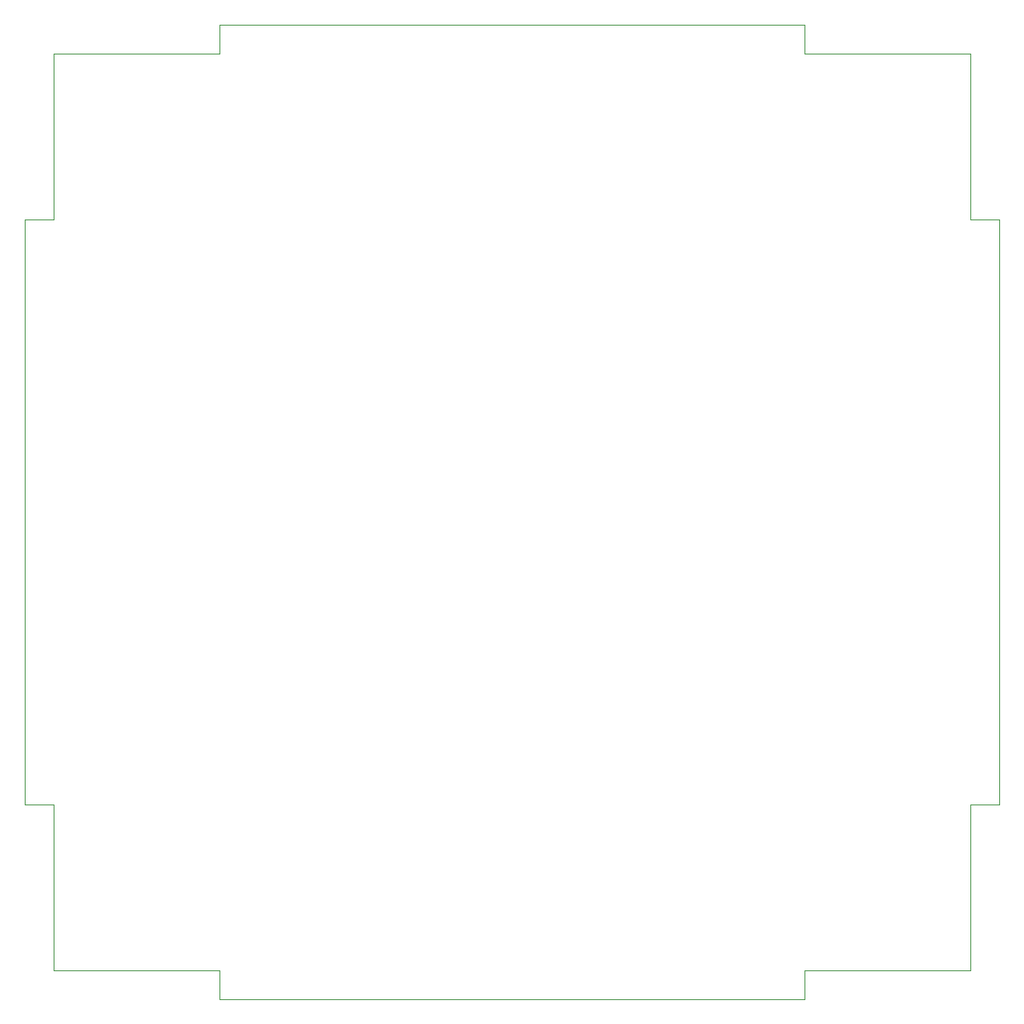
<source format=gbr>
%TF.GenerationSoftware,KiCad,Pcbnew,(5.1.12)-1*%
%TF.CreationDate,2021-12-22T15:49:41+01:00*%
%TF.ProjectId,pcbV10,70636256-3130-42e6-9b69-6361645f7063,rev?*%
%TF.SameCoordinates,Original*%
%TF.FileFunction,Profile,NP*%
%FSLAX46Y46*%
G04 Gerber Fmt 4.6, Leading zero omitted, Abs format (unit mm)*
G04 Created by KiCad (PCBNEW (5.1.12)-1) date 2021-12-22 15:49:41*
%MOMM*%
%LPD*%
G01*
G04 APERTURE LIST*
%TA.AperFunction,Profile*%
%ADD10C,0.050000*%
%TD*%
G04 APERTURE END LIST*
D10*
X147000000Y-70000000D02*
X147000000Y-53000000D01*
X150000000Y-70000000D02*
X147000000Y-70000000D01*
X130000000Y-53000000D02*
X147000000Y-53000000D01*
X130000000Y-50000000D02*
X130000000Y-53000000D01*
X147000000Y-130000000D02*
X150000000Y-130000000D01*
X147000000Y-147000000D02*
X147000000Y-130000000D01*
X130000000Y-147000000D02*
X147000000Y-147000000D01*
X130000000Y-150000000D02*
X130000000Y-147000000D01*
X53000000Y-130000000D02*
X50000000Y-130000000D01*
X53000000Y-147000000D02*
X53000000Y-130000000D01*
X70000000Y-147000000D02*
X53000000Y-147000000D01*
X70000000Y-150000000D02*
X70000000Y-147000000D01*
X53000000Y-70000000D02*
X50000000Y-70000000D01*
X53000000Y-53000000D02*
X53000000Y-70000000D01*
X70000000Y-53000000D02*
X53000000Y-53000000D01*
X70000000Y-50000000D02*
X70000000Y-53000000D01*
X50000000Y-130000000D02*
X50000000Y-70000000D01*
X130000000Y-150000000D02*
X70000000Y-150000000D01*
X150000000Y-70000000D02*
X150000000Y-130000000D01*
X70000000Y-50000000D02*
X130000000Y-50000000D01*
M02*

</source>
